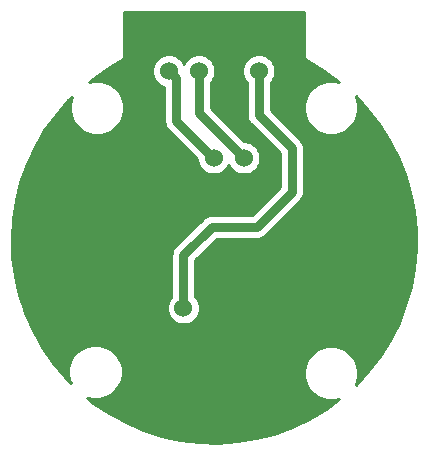
<source format=gbr>
G04 #@! TF.GenerationSoftware,KiCad,Pcbnew,(5.1.4)-1*
G04 #@! TF.CreationDate,2020-11-28T02:53:26-06:00*
G04 #@! TF.ProjectId,O2_Sensor_Hardware,4f325f53-656e-4736-9f72-5f4861726477,rev?*
G04 #@! TF.SameCoordinates,Original*
G04 #@! TF.FileFunction,Copper,L1,Top*
G04 #@! TF.FilePolarity,Positive*
%FSLAX46Y46*%
G04 Gerber Fmt 4.6, Leading zero omitted, Abs format (unit mm)*
G04 Created by KiCad (PCBNEW (5.1.4)-1) date 2020-11-28 02:53:26*
%MOMM*%
%LPD*%
G04 APERTURE LIST*
%ADD10C,1.524000*%
%ADD11C,0.762000*%
%ADD12C,0.254000*%
G04 APERTURE END LIST*
D10*
X155562500Y-105093000D03*
X153012500Y-105093000D03*
X155562500Y-117793000D03*
X150462500Y-117793000D03*
X149225000Y-97726500D03*
X149225000Y-97726500D03*
X151765000Y-97726500D03*
X154305000Y-97726500D03*
X156845000Y-97726500D03*
D11*
X149860000Y-98361500D02*
X149225000Y-97726500D01*
X149860000Y-101981000D02*
X149860000Y-98361500D01*
X152972000Y-105093000D02*
X149860000Y-101981000D01*
X151765000Y-97726500D02*
X151765000Y-101282500D01*
X151765000Y-101282500D02*
X155562500Y-105080000D01*
X156845000Y-97726500D02*
X156845000Y-101473000D01*
X156845000Y-101473000D02*
X159639000Y-104267000D01*
X159639000Y-104267000D02*
X159639000Y-107950000D01*
X159639000Y-107950000D02*
X156654500Y-110934500D01*
X156654500Y-110934500D02*
X152844500Y-110934500D01*
X150462500Y-113316500D02*
X150462500Y-117793000D01*
X152844500Y-110934500D02*
X150462500Y-113316500D01*
D12*
G36*
X160629513Y-92735666D02*
G01*
X160630001Y-92740310D01*
X160630000Y-96361919D01*
X160639550Y-96458883D01*
X160677290Y-96583293D01*
X160738575Y-96697950D01*
X160821052Y-96798449D01*
X160921550Y-96880926D01*
X160967498Y-96905485D01*
X162374903Y-97729992D01*
X163626843Y-98631699D01*
X163612124Y-98625602D01*
X163167611Y-98537183D01*
X162714389Y-98537183D01*
X162269876Y-98625602D01*
X161851154Y-98799042D01*
X161474314Y-99050838D01*
X161153838Y-99371314D01*
X160902042Y-99748154D01*
X160728602Y-100166876D01*
X160640183Y-100611389D01*
X160640183Y-101064611D01*
X160728602Y-101509124D01*
X160902042Y-101927846D01*
X161153838Y-102304686D01*
X161474314Y-102625162D01*
X161851154Y-102876958D01*
X162269876Y-103050398D01*
X162714389Y-103138817D01*
X163167611Y-103138817D01*
X163612124Y-103050398D01*
X164030846Y-102876958D01*
X164407686Y-102625162D01*
X164728162Y-102304686D01*
X164979958Y-101927846D01*
X165153398Y-101509124D01*
X165241817Y-101064611D01*
X165241817Y-100611389D01*
X165153398Y-100166876D01*
X165033513Y-99877446D01*
X166006886Y-100905438D01*
X167000702Y-102175786D01*
X167870550Y-103534007D01*
X168608723Y-104968074D01*
X169208663Y-106465245D01*
X169665043Y-108012224D01*
X169973814Y-109595291D01*
X170132236Y-111200402D01*
X170138901Y-112813273D01*
X169993750Y-114419635D01*
X169698072Y-116005201D01*
X169254492Y-117555901D01*
X168666949Y-119057972D01*
X167940650Y-120498091D01*
X167082048Y-121863470D01*
X166098771Y-123141978D01*
X165027361Y-124292404D01*
X165153398Y-123988124D01*
X165241817Y-123543611D01*
X165241817Y-123090389D01*
X165153398Y-122645876D01*
X164979958Y-122227154D01*
X164728162Y-121850314D01*
X164407686Y-121529838D01*
X164030846Y-121278042D01*
X163612124Y-121104602D01*
X163167611Y-121016183D01*
X162714389Y-121016183D01*
X162269876Y-121104602D01*
X161851154Y-121278042D01*
X161474314Y-121529838D01*
X161153838Y-121850314D01*
X160902042Y-122227154D01*
X160728602Y-122645876D01*
X160640183Y-123090389D01*
X160640183Y-123543611D01*
X160728602Y-123988124D01*
X160902042Y-124406846D01*
X161153838Y-124783686D01*
X161474314Y-125104162D01*
X161851154Y-125355958D01*
X162269876Y-125529398D01*
X162714389Y-125617817D01*
X163167611Y-125617817D01*
X163608134Y-125530192D01*
X162493165Y-126347324D01*
X161108285Y-127174085D01*
X159651732Y-127866852D01*
X158136461Y-128419466D01*
X156575904Y-128827031D01*
X154983925Y-129085923D01*
X153374630Y-129193850D01*
X151762344Y-129149850D01*
X150161341Y-128954314D01*
X148585842Y-128608978D01*
X147049832Y-128116906D01*
X145566962Y-127482473D01*
X144150362Y-126711297D01*
X142812635Y-125810236D01*
X142299767Y-125389512D01*
X142330876Y-125402398D01*
X142775389Y-125490817D01*
X143228611Y-125490817D01*
X143673124Y-125402398D01*
X144091846Y-125228958D01*
X144468686Y-124977162D01*
X144789162Y-124656686D01*
X145040958Y-124279846D01*
X145214398Y-123861124D01*
X145302817Y-123416611D01*
X145302817Y-122963389D01*
X145214398Y-122518876D01*
X145040958Y-122100154D01*
X144789162Y-121723314D01*
X144468686Y-121402838D01*
X144091846Y-121151042D01*
X143673124Y-120977602D01*
X143228611Y-120889183D01*
X142775389Y-120889183D01*
X142330876Y-120977602D01*
X141912154Y-121151042D01*
X141535314Y-121402838D01*
X141214838Y-121723314D01*
X140963042Y-122100154D01*
X140789602Y-122518876D01*
X140701183Y-122963389D01*
X140701183Y-123416611D01*
X140789602Y-123861124D01*
X140899629Y-124126753D01*
X140420444Y-123651512D01*
X139387213Y-122413005D01*
X138475132Y-121082777D01*
X137692272Y-119672596D01*
X137045602Y-118195011D01*
X136867807Y-117655408D01*
X149065500Y-117655408D01*
X149065500Y-117930592D01*
X149119186Y-118200490D01*
X149224495Y-118454727D01*
X149377380Y-118683535D01*
X149571965Y-118878120D01*
X149800773Y-119031005D01*
X150055010Y-119136314D01*
X150324908Y-119190000D01*
X150600092Y-119190000D01*
X150869990Y-119136314D01*
X151124227Y-119031005D01*
X151353035Y-118878120D01*
X151547620Y-118683535D01*
X151700505Y-118454727D01*
X151805814Y-118200490D01*
X151859500Y-117930592D01*
X151859500Y-117655408D01*
X151805814Y-117385510D01*
X151700505Y-117131273D01*
X151547620Y-116902465D01*
X151478500Y-116833345D01*
X151478500Y-113737340D01*
X153265341Y-111950500D01*
X156604598Y-111950500D01*
X156654500Y-111955415D01*
X156704402Y-111950500D01*
X156853671Y-111935798D01*
X157045187Y-111877702D01*
X157221690Y-111783360D01*
X157376396Y-111656396D01*
X157408212Y-111617628D01*
X160322133Y-108703708D01*
X160360896Y-108671896D01*
X160487860Y-108517190D01*
X160582202Y-108340687D01*
X160640298Y-108149171D01*
X160655000Y-107999902D01*
X160655000Y-107999895D01*
X160659914Y-107950001D01*
X160655000Y-107900107D01*
X160655000Y-104316902D01*
X160659915Y-104267000D01*
X160640298Y-104067829D01*
X160582202Y-103876313D01*
X160542811Y-103802617D01*
X160487860Y-103699810D01*
X160360896Y-103545104D01*
X160322133Y-103513292D01*
X157861000Y-101052160D01*
X157861000Y-98686155D01*
X157930120Y-98617035D01*
X158083005Y-98388227D01*
X158188314Y-98133990D01*
X158242000Y-97864092D01*
X158242000Y-97588908D01*
X158188314Y-97319010D01*
X158083005Y-97064773D01*
X157930120Y-96835965D01*
X157735535Y-96641380D01*
X157506727Y-96488495D01*
X157252490Y-96383186D01*
X156982592Y-96329500D01*
X156707408Y-96329500D01*
X156437510Y-96383186D01*
X156183273Y-96488495D01*
X155954465Y-96641380D01*
X155759880Y-96835965D01*
X155606995Y-97064773D01*
X155501686Y-97319010D01*
X155448000Y-97588908D01*
X155448000Y-97864092D01*
X155501686Y-98133990D01*
X155606995Y-98388227D01*
X155759880Y-98617035D01*
X155829000Y-98686155D01*
X155829001Y-101423088D01*
X155824085Y-101473000D01*
X155843702Y-101672170D01*
X155872802Y-101768098D01*
X155901799Y-101863687D01*
X155996141Y-102040190D01*
X156123105Y-102194896D01*
X156161868Y-102226708D01*
X158623000Y-104687841D01*
X158623001Y-107529158D01*
X156233660Y-109918500D01*
X152894402Y-109918500D01*
X152844500Y-109913585D01*
X152794598Y-109918500D01*
X152645329Y-109933202D01*
X152453813Y-109991298D01*
X152277310Y-110085640D01*
X152122604Y-110212604D01*
X152090793Y-110251366D01*
X149779372Y-112562788D01*
X149740604Y-112594604D01*
X149613640Y-112749310D01*
X149519298Y-112925814D01*
X149503141Y-112979077D01*
X149461202Y-113117330D01*
X149441585Y-113316500D01*
X149446500Y-113366402D01*
X149446501Y-116833344D01*
X149377380Y-116902465D01*
X149224495Y-117131273D01*
X149119186Y-117385510D01*
X149065500Y-117655408D01*
X136867807Y-117655408D01*
X136540857Y-116663132D01*
X136182511Y-115090535D01*
X135973751Y-113491214D01*
X135916428Y-111879329D01*
X136011050Y-110269209D01*
X136256776Y-108675150D01*
X136651429Y-107111276D01*
X137191506Y-105591479D01*
X137872210Y-104129257D01*
X138687492Y-102737597D01*
X139630136Y-101428819D01*
X140691756Y-100214570D01*
X141029190Y-99895064D01*
X140916602Y-100166876D01*
X140828183Y-100611389D01*
X140828183Y-101064611D01*
X140916602Y-101509124D01*
X141090042Y-101927846D01*
X141341838Y-102304686D01*
X141662314Y-102625162D01*
X142039154Y-102876958D01*
X142457876Y-103050398D01*
X142902389Y-103138817D01*
X143355611Y-103138817D01*
X143800124Y-103050398D01*
X144218846Y-102876958D01*
X144595686Y-102625162D01*
X144916162Y-102304686D01*
X145167958Y-101927846D01*
X145341398Y-101509124D01*
X145429817Y-101064611D01*
X145429817Y-100611389D01*
X145341398Y-100166876D01*
X145167958Y-99748154D01*
X144916162Y-99371314D01*
X144595686Y-99050838D01*
X144218846Y-98799042D01*
X143800124Y-98625602D01*
X143355611Y-98537183D01*
X142902389Y-98537183D01*
X142482869Y-98620631D01*
X143133286Y-98111798D01*
X143949751Y-97588908D01*
X147828000Y-97588908D01*
X147828000Y-97864092D01*
X147881686Y-98133990D01*
X147986995Y-98388227D01*
X148139880Y-98617035D01*
X148334465Y-98811620D01*
X148563273Y-98964505D01*
X148817510Y-99069814D01*
X148844001Y-99075083D01*
X148844000Y-101931098D01*
X148839085Y-101981000D01*
X148844000Y-102030901D01*
X148858702Y-102180170D01*
X148916798Y-102371686D01*
X149011140Y-102548190D01*
X149138104Y-102702896D01*
X149176872Y-102734712D01*
X151615500Y-105173341D01*
X151615500Y-105230592D01*
X151669186Y-105500490D01*
X151774495Y-105754727D01*
X151927380Y-105983535D01*
X152121965Y-106178120D01*
X152350773Y-106331005D01*
X152605010Y-106436314D01*
X152874908Y-106490000D01*
X153150092Y-106490000D01*
X153419990Y-106436314D01*
X153674227Y-106331005D01*
X153903035Y-106178120D01*
X154097620Y-105983535D01*
X154250505Y-105754727D01*
X154287500Y-105665414D01*
X154324495Y-105754727D01*
X154477380Y-105983535D01*
X154671965Y-106178120D01*
X154900773Y-106331005D01*
X155155010Y-106436314D01*
X155424908Y-106490000D01*
X155700092Y-106490000D01*
X155969990Y-106436314D01*
X156224227Y-106331005D01*
X156453035Y-106178120D01*
X156647620Y-105983535D01*
X156800505Y-105754727D01*
X156905814Y-105500490D01*
X156959500Y-105230592D01*
X156959500Y-104955408D01*
X156905814Y-104685510D01*
X156800505Y-104431273D01*
X156647620Y-104202465D01*
X156453035Y-104007880D01*
X156224227Y-103854995D01*
X155969990Y-103749686D01*
X155700092Y-103696000D01*
X155615341Y-103696000D01*
X152781000Y-100861660D01*
X152781000Y-98686155D01*
X152850120Y-98617035D01*
X153003005Y-98388227D01*
X153108314Y-98133990D01*
X153162000Y-97864092D01*
X153162000Y-97588908D01*
X153108314Y-97319010D01*
X153003005Y-97064773D01*
X152850120Y-96835965D01*
X152655535Y-96641380D01*
X152426727Y-96488495D01*
X152172490Y-96383186D01*
X151902592Y-96329500D01*
X151627408Y-96329500D01*
X151357510Y-96383186D01*
X151103273Y-96488495D01*
X150874465Y-96641380D01*
X150679880Y-96835965D01*
X150526995Y-97064773D01*
X150495000Y-97142015D01*
X150463005Y-97064773D01*
X150310120Y-96835965D01*
X150115535Y-96641380D01*
X149886727Y-96488495D01*
X149632490Y-96383186D01*
X149362592Y-96329500D01*
X149087408Y-96329500D01*
X148817510Y-96383186D01*
X148563273Y-96488495D01*
X148334465Y-96641380D01*
X148139880Y-96835965D01*
X147986995Y-97064773D01*
X147881686Y-97319010D01*
X147828000Y-97588908D01*
X143949751Y-97588908D01*
X144499094Y-97237092D01*
X145094687Y-96909662D01*
X145148451Y-96880925D01*
X145248949Y-96798448D01*
X145331426Y-96697950D01*
X145392711Y-96583293D01*
X145430451Y-96458883D01*
X145440001Y-96361919D01*
X145439999Y-92742285D01*
X145440666Y-92735487D01*
X145445301Y-92735000D01*
X160622725Y-92735000D01*
X160629513Y-92735666D01*
X160629513Y-92735666D01*
G37*
X160629513Y-92735666D02*
X160630001Y-92740310D01*
X160630000Y-96361919D01*
X160639550Y-96458883D01*
X160677290Y-96583293D01*
X160738575Y-96697950D01*
X160821052Y-96798449D01*
X160921550Y-96880926D01*
X160967498Y-96905485D01*
X162374903Y-97729992D01*
X163626843Y-98631699D01*
X163612124Y-98625602D01*
X163167611Y-98537183D01*
X162714389Y-98537183D01*
X162269876Y-98625602D01*
X161851154Y-98799042D01*
X161474314Y-99050838D01*
X161153838Y-99371314D01*
X160902042Y-99748154D01*
X160728602Y-100166876D01*
X160640183Y-100611389D01*
X160640183Y-101064611D01*
X160728602Y-101509124D01*
X160902042Y-101927846D01*
X161153838Y-102304686D01*
X161474314Y-102625162D01*
X161851154Y-102876958D01*
X162269876Y-103050398D01*
X162714389Y-103138817D01*
X163167611Y-103138817D01*
X163612124Y-103050398D01*
X164030846Y-102876958D01*
X164407686Y-102625162D01*
X164728162Y-102304686D01*
X164979958Y-101927846D01*
X165153398Y-101509124D01*
X165241817Y-101064611D01*
X165241817Y-100611389D01*
X165153398Y-100166876D01*
X165033513Y-99877446D01*
X166006886Y-100905438D01*
X167000702Y-102175786D01*
X167870550Y-103534007D01*
X168608723Y-104968074D01*
X169208663Y-106465245D01*
X169665043Y-108012224D01*
X169973814Y-109595291D01*
X170132236Y-111200402D01*
X170138901Y-112813273D01*
X169993750Y-114419635D01*
X169698072Y-116005201D01*
X169254492Y-117555901D01*
X168666949Y-119057972D01*
X167940650Y-120498091D01*
X167082048Y-121863470D01*
X166098771Y-123141978D01*
X165027361Y-124292404D01*
X165153398Y-123988124D01*
X165241817Y-123543611D01*
X165241817Y-123090389D01*
X165153398Y-122645876D01*
X164979958Y-122227154D01*
X164728162Y-121850314D01*
X164407686Y-121529838D01*
X164030846Y-121278042D01*
X163612124Y-121104602D01*
X163167611Y-121016183D01*
X162714389Y-121016183D01*
X162269876Y-121104602D01*
X161851154Y-121278042D01*
X161474314Y-121529838D01*
X161153838Y-121850314D01*
X160902042Y-122227154D01*
X160728602Y-122645876D01*
X160640183Y-123090389D01*
X160640183Y-123543611D01*
X160728602Y-123988124D01*
X160902042Y-124406846D01*
X161153838Y-124783686D01*
X161474314Y-125104162D01*
X161851154Y-125355958D01*
X162269876Y-125529398D01*
X162714389Y-125617817D01*
X163167611Y-125617817D01*
X163608134Y-125530192D01*
X162493165Y-126347324D01*
X161108285Y-127174085D01*
X159651732Y-127866852D01*
X158136461Y-128419466D01*
X156575904Y-128827031D01*
X154983925Y-129085923D01*
X153374630Y-129193850D01*
X151762344Y-129149850D01*
X150161341Y-128954314D01*
X148585842Y-128608978D01*
X147049832Y-128116906D01*
X145566962Y-127482473D01*
X144150362Y-126711297D01*
X142812635Y-125810236D01*
X142299767Y-125389512D01*
X142330876Y-125402398D01*
X142775389Y-125490817D01*
X143228611Y-125490817D01*
X143673124Y-125402398D01*
X144091846Y-125228958D01*
X144468686Y-124977162D01*
X144789162Y-124656686D01*
X145040958Y-124279846D01*
X145214398Y-123861124D01*
X145302817Y-123416611D01*
X145302817Y-122963389D01*
X145214398Y-122518876D01*
X145040958Y-122100154D01*
X144789162Y-121723314D01*
X144468686Y-121402838D01*
X144091846Y-121151042D01*
X143673124Y-120977602D01*
X143228611Y-120889183D01*
X142775389Y-120889183D01*
X142330876Y-120977602D01*
X141912154Y-121151042D01*
X141535314Y-121402838D01*
X141214838Y-121723314D01*
X140963042Y-122100154D01*
X140789602Y-122518876D01*
X140701183Y-122963389D01*
X140701183Y-123416611D01*
X140789602Y-123861124D01*
X140899629Y-124126753D01*
X140420444Y-123651512D01*
X139387213Y-122413005D01*
X138475132Y-121082777D01*
X137692272Y-119672596D01*
X137045602Y-118195011D01*
X136867807Y-117655408D01*
X149065500Y-117655408D01*
X149065500Y-117930592D01*
X149119186Y-118200490D01*
X149224495Y-118454727D01*
X149377380Y-118683535D01*
X149571965Y-118878120D01*
X149800773Y-119031005D01*
X150055010Y-119136314D01*
X150324908Y-119190000D01*
X150600092Y-119190000D01*
X150869990Y-119136314D01*
X151124227Y-119031005D01*
X151353035Y-118878120D01*
X151547620Y-118683535D01*
X151700505Y-118454727D01*
X151805814Y-118200490D01*
X151859500Y-117930592D01*
X151859500Y-117655408D01*
X151805814Y-117385510D01*
X151700505Y-117131273D01*
X151547620Y-116902465D01*
X151478500Y-116833345D01*
X151478500Y-113737340D01*
X153265341Y-111950500D01*
X156604598Y-111950500D01*
X156654500Y-111955415D01*
X156704402Y-111950500D01*
X156853671Y-111935798D01*
X157045187Y-111877702D01*
X157221690Y-111783360D01*
X157376396Y-111656396D01*
X157408212Y-111617628D01*
X160322133Y-108703708D01*
X160360896Y-108671896D01*
X160487860Y-108517190D01*
X160582202Y-108340687D01*
X160640298Y-108149171D01*
X160655000Y-107999902D01*
X160655000Y-107999895D01*
X160659914Y-107950001D01*
X160655000Y-107900107D01*
X160655000Y-104316902D01*
X160659915Y-104267000D01*
X160640298Y-104067829D01*
X160582202Y-103876313D01*
X160542811Y-103802617D01*
X160487860Y-103699810D01*
X160360896Y-103545104D01*
X160322133Y-103513292D01*
X157861000Y-101052160D01*
X157861000Y-98686155D01*
X157930120Y-98617035D01*
X158083005Y-98388227D01*
X158188314Y-98133990D01*
X158242000Y-97864092D01*
X158242000Y-97588908D01*
X158188314Y-97319010D01*
X158083005Y-97064773D01*
X157930120Y-96835965D01*
X157735535Y-96641380D01*
X157506727Y-96488495D01*
X157252490Y-96383186D01*
X156982592Y-96329500D01*
X156707408Y-96329500D01*
X156437510Y-96383186D01*
X156183273Y-96488495D01*
X155954465Y-96641380D01*
X155759880Y-96835965D01*
X155606995Y-97064773D01*
X155501686Y-97319010D01*
X155448000Y-97588908D01*
X155448000Y-97864092D01*
X155501686Y-98133990D01*
X155606995Y-98388227D01*
X155759880Y-98617035D01*
X155829000Y-98686155D01*
X155829001Y-101423088D01*
X155824085Y-101473000D01*
X155843702Y-101672170D01*
X155872802Y-101768098D01*
X155901799Y-101863687D01*
X155996141Y-102040190D01*
X156123105Y-102194896D01*
X156161868Y-102226708D01*
X158623000Y-104687841D01*
X158623001Y-107529158D01*
X156233660Y-109918500D01*
X152894402Y-109918500D01*
X152844500Y-109913585D01*
X152794598Y-109918500D01*
X152645329Y-109933202D01*
X152453813Y-109991298D01*
X152277310Y-110085640D01*
X152122604Y-110212604D01*
X152090793Y-110251366D01*
X149779372Y-112562788D01*
X149740604Y-112594604D01*
X149613640Y-112749310D01*
X149519298Y-112925814D01*
X149503141Y-112979077D01*
X149461202Y-113117330D01*
X149441585Y-113316500D01*
X149446500Y-113366402D01*
X149446501Y-116833344D01*
X149377380Y-116902465D01*
X149224495Y-117131273D01*
X149119186Y-117385510D01*
X149065500Y-117655408D01*
X136867807Y-117655408D01*
X136540857Y-116663132D01*
X136182511Y-115090535D01*
X135973751Y-113491214D01*
X135916428Y-111879329D01*
X136011050Y-110269209D01*
X136256776Y-108675150D01*
X136651429Y-107111276D01*
X137191506Y-105591479D01*
X137872210Y-104129257D01*
X138687492Y-102737597D01*
X139630136Y-101428819D01*
X140691756Y-100214570D01*
X141029190Y-99895064D01*
X140916602Y-100166876D01*
X140828183Y-100611389D01*
X140828183Y-101064611D01*
X140916602Y-101509124D01*
X141090042Y-101927846D01*
X141341838Y-102304686D01*
X141662314Y-102625162D01*
X142039154Y-102876958D01*
X142457876Y-103050398D01*
X142902389Y-103138817D01*
X143355611Y-103138817D01*
X143800124Y-103050398D01*
X144218846Y-102876958D01*
X144595686Y-102625162D01*
X144916162Y-102304686D01*
X145167958Y-101927846D01*
X145341398Y-101509124D01*
X145429817Y-101064611D01*
X145429817Y-100611389D01*
X145341398Y-100166876D01*
X145167958Y-99748154D01*
X144916162Y-99371314D01*
X144595686Y-99050838D01*
X144218846Y-98799042D01*
X143800124Y-98625602D01*
X143355611Y-98537183D01*
X142902389Y-98537183D01*
X142482869Y-98620631D01*
X143133286Y-98111798D01*
X143949751Y-97588908D01*
X147828000Y-97588908D01*
X147828000Y-97864092D01*
X147881686Y-98133990D01*
X147986995Y-98388227D01*
X148139880Y-98617035D01*
X148334465Y-98811620D01*
X148563273Y-98964505D01*
X148817510Y-99069814D01*
X148844001Y-99075083D01*
X148844000Y-101931098D01*
X148839085Y-101981000D01*
X148844000Y-102030901D01*
X148858702Y-102180170D01*
X148916798Y-102371686D01*
X149011140Y-102548190D01*
X149138104Y-102702896D01*
X149176872Y-102734712D01*
X151615500Y-105173341D01*
X151615500Y-105230592D01*
X151669186Y-105500490D01*
X151774495Y-105754727D01*
X151927380Y-105983535D01*
X152121965Y-106178120D01*
X152350773Y-106331005D01*
X152605010Y-106436314D01*
X152874908Y-106490000D01*
X153150092Y-106490000D01*
X153419990Y-106436314D01*
X153674227Y-106331005D01*
X153903035Y-106178120D01*
X154097620Y-105983535D01*
X154250505Y-105754727D01*
X154287500Y-105665414D01*
X154324495Y-105754727D01*
X154477380Y-105983535D01*
X154671965Y-106178120D01*
X154900773Y-106331005D01*
X155155010Y-106436314D01*
X155424908Y-106490000D01*
X155700092Y-106490000D01*
X155969990Y-106436314D01*
X156224227Y-106331005D01*
X156453035Y-106178120D01*
X156647620Y-105983535D01*
X156800505Y-105754727D01*
X156905814Y-105500490D01*
X156959500Y-105230592D01*
X156959500Y-104955408D01*
X156905814Y-104685510D01*
X156800505Y-104431273D01*
X156647620Y-104202465D01*
X156453035Y-104007880D01*
X156224227Y-103854995D01*
X155969990Y-103749686D01*
X155700092Y-103696000D01*
X155615341Y-103696000D01*
X152781000Y-100861660D01*
X152781000Y-98686155D01*
X152850120Y-98617035D01*
X153003005Y-98388227D01*
X153108314Y-98133990D01*
X153162000Y-97864092D01*
X153162000Y-97588908D01*
X153108314Y-97319010D01*
X153003005Y-97064773D01*
X152850120Y-96835965D01*
X152655535Y-96641380D01*
X152426727Y-96488495D01*
X152172490Y-96383186D01*
X151902592Y-96329500D01*
X151627408Y-96329500D01*
X151357510Y-96383186D01*
X151103273Y-96488495D01*
X150874465Y-96641380D01*
X150679880Y-96835965D01*
X150526995Y-97064773D01*
X150495000Y-97142015D01*
X150463005Y-97064773D01*
X150310120Y-96835965D01*
X150115535Y-96641380D01*
X149886727Y-96488495D01*
X149632490Y-96383186D01*
X149362592Y-96329500D01*
X149087408Y-96329500D01*
X148817510Y-96383186D01*
X148563273Y-96488495D01*
X148334465Y-96641380D01*
X148139880Y-96835965D01*
X147986995Y-97064773D01*
X147881686Y-97319010D01*
X147828000Y-97588908D01*
X143949751Y-97588908D01*
X144499094Y-97237092D01*
X145094687Y-96909662D01*
X145148451Y-96880925D01*
X145248949Y-96798448D01*
X145331426Y-96697950D01*
X145392711Y-96583293D01*
X145430451Y-96458883D01*
X145440001Y-96361919D01*
X145439999Y-92742285D01*
X145440666Y-92735487D01*
X145445301Y-92735000D01*
X160622725Y-92735000D01*
X160629513Y-92735666D01*
M02*

</source>
